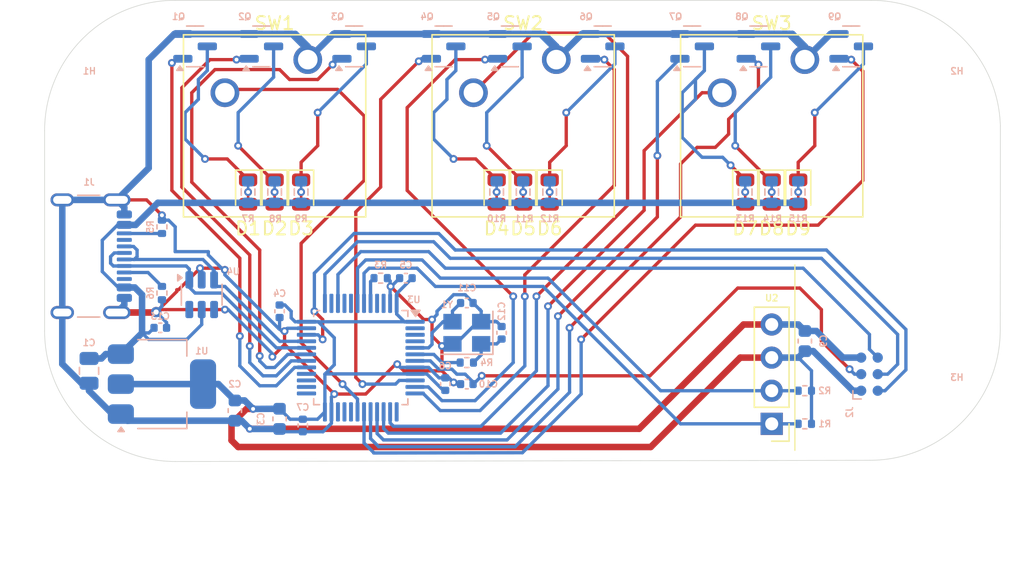
<source format=kicad_pcb>
(kicad_pcb (version 20240108) (generator "pcbnew") (generator_version "8.0")
  (layers (0 "F.Cu" signal) (31 "B.Cu" signal) (34 "B.Paste" user) (35 "F.Paste" user) (36 "B.SilkS" user "B.Silkscreen") (37 "F.SilkS" user "F.Silkscreen") (38 "B.Mask" user) (39 "F.Mask" user) (44 "Edge.Cuts" user))
  (net 0 "")
  (net 1 "/RST")
  (net 2 "GND")
  (net 3 "/XTALI")
  (net 4 "/XTALR")
  (net 5 "+3V3")
  (net 6 "VBUS")
  (net 7 "Net-(D1-K)")
  (net 8 "Net-(D1-A)")
  (net 9 "Net-(D2-A)")
  (net 10 "Net-(D2-K)")
  (net 11 "Net-(D3-A)")
  (net 12 "Net-(D3-K)")
  (net 13 "Net-(D4-K)")
  (net 14 "Net-(D4-A)")
  (net 15 "Net-(D5-K)")
  (net 16 "Net-(D5-A)")
  (net 17 "Net-(D6-A)")
  (net 18 "Net-(D6-K)")
  (net 19 "Net-(D7-A)")
  (net 20 "Net-(D7-K)")
  (net 21 "Net-(D8-A)")
  (net 22 "Net-(D8-K)")
  (net 23 "Net-(D9-A)")
  (net 24 "Net-(D9-K)")
  (net 25 "/SWDIO")
  (net 26 "/SWCLK")
  (net 27 "/SWO")
  (net 28 "/USB_D+")
  (net 29 "/USB_D-")
  (net 30 "/LEDR2")
  (net 31 "/LEDR1")
  (net 32 "/LEDG1")
  (net 33 "/LEDB1")
  (net 34 "/LEDG2")
  (net 35 "/LEDB2")
  (net 36 "/LEDR3")
  (net 37 "/LEDG3")
  (net 38 "/LEDB3")
  (net 39 "/BOOT0")
  (net 40 "/XTALO")
  (net 41 "/SCL")
  (net 42 "/SDA")
  (net 43 "/BTN2")
  (net 44 "/BTN3")
  (net 45 "/BTN1")
  (net 48 "Net-(J1-CC2)")
  (net 49 "Net-(J1-CC1)")
  (footprint "Connector_PinHeader_2.54mm:PinHeader_1x04_P2.54mm_Vertical" (layer "F.Cu") (at 114.3 99.06 180)
    (property "Reference" "U2")
    (property "Value" "SSD1306")
  )
  (footprint "LED_SMD:LED_0805_2012Metric" (layer "F.Cu") (at 78.232 81.28 -90)
    (property "Reference" "D3")
    (property "Value" "LEDB")
  )
  (footprint "LED_SMD:LED_0805_2012Metric" (layer "F.Cu") (at 93.218 81.28 -90)
    (property "Reference" "D4")
    (property "Value" "LEDR")
  )
  (footprint "Button_Switch_Keyboard:SW_Cherry_MX_1.00u_PCB" (layer "F.Cu") (at 97.79 71.12)
    (property "Reference" "SW2")
    (property "Value" "SW_Push")
  )
  (footprint "LED_SMD:LED_0805_2012Metric" (layer "F.Cu") (at 112.268 81.28 -90)
    (property "Reference" "D7")
    (property "Value" "LEDR")
  )
  (footprint "LED_SMD:LED_0805_2012Metric" (layer "F.Cu") (at 97.282 81.28 -90)
    (property "Reference" "D6")
    (property "Value" "LEDB")
  )
  (footprint "LED_SMD:LED_0805_2012Metric" (layer "F.Cu") (at 76.2 81.28 -90)
    (property "Reference" "D2")
    (property "Value" "LEDG")
  )
  (footprint "LED_SMD:LED_0805_2012Metric" (layer "F.Cu") (at 95.25 81.28 -90)
    (property "Reference" "D5")
    (property "Value" "LEDG")
  )
  (footprint "LED_SMD:LED_0805_2012Metric" (layer "F.Cu") (at 116.332 81.28 -90)
    (property "Reference" "D9")
    (property "Value" "LEDB")
  )
  (footprint "Button_Switch_Keyboard:SW_Cherry_MX_1.00u_PCB" (layer "F.Cu") (at 116.84 71.12)
    (property "Reference" "SW3")
    (property "Value" "SW_Push")
  )
  (footprint "LED_SMD:LED_0805_2012Metric" (layer "F.Cu") (at 74.168 81.28 -90)
    (property "Reference" "D1")
    (property "Value" "LEDR")
  )
  (footprint "Button_Switch_Keyboard:SW_Cherry_MX_1.00u_PCB" (layer "F.Cu") (at 78.74 71.12)
    (property "Reference" "SW1")
    (property "Value" "SW_Push")
  )
  (footprint "LED_SMD:LED_0805_2012Metric" (layer "F.Cu") (at 114.3 81.28 -90)
    (property "Reference" "D8")
    (property "Value" "LEDG")
  )
  (footprint "Resistor_SMD:R_0603_1608Metric" (layer "B.Cu") (at 114.3 81.28 90)
    (property "Reference" "R14")
    (property "Value" "150")
  )
  (footprint "Capacitor_SMD:C_0402_1005Metric" (layer "B.Cu") (at 93.599 92.075 -90)
    (property "Reference" "C12")
    (property "Value" "10p")
  )
  (footprint "Capacitor_SMD:C_0402_1005Metric" (layer "B.Cu") (at 78.359 99.187 -90)
    (property "Reference" "C7")
    (property "Value" "100n")
  )
  (footprint "Capacitor_SMD:C_0402_1005Metric" (layer "B.Cu") (at 89.281 96.012 90)
    (property "Reference" "C6")
    (property "Value" "100n")
  )
  (footprint "Resistor_SMD:R_0603_1608Metric" (layer "B.Cu") (at 78.232 81.28 90)
    (property "Reference" "R9")
    (property "Value" "150")
  )
  (footprint "Resistor_SMD:R_0402_1005Metric" (layer "B.Cu") (at 116.84 99.06 180)
    (property "Reference" "R1")
    (property "Value" "10k")
  )
  (footprint "Package_TO_SOT_SMD:SOT-23-6" (layer "B.Cu") (at 70.612 89.154 -90)
    (property "Reference" "U4")
    (property "Value" "SRV05-4")
  )
  (footprint "Capacitor_SMD:C_0402_1005Metric" (layer "B.Cu") (at 76.581 90.424 -90)
    (property "Reference" "C4")
    (property "Value" "100n")
  )
  (footprint "Package_TO_SOT_SMD:SOT-23" (layer "B.Cu") (at 101.346 70.104)
    (property "Reference" "Q6")
    (property "Value" "AO3400A")
  )
  (footprint "MountingHole:MountingHole_3.2mm_M3" (layer "B.Cu") (at 128.5 76.2 180)
    (property "Reference" "H2")
    (property "Value" "MountingHole")
  )
  (footprint "Package_TO_SOT_SMD:SOT-23" (layer "B.Cu") (at 108.204 70.104)
    (property "Reference" "Q7")
    (property "Value" "AO3400A")
  )
  (footprint "MountingHole:MountingHole_3.2mm_M3" (layer "B.Cu") (at 62 76.2 180)
    (property "Reference" "H1")
    (property "Value" "MountingHole")
  )
  (footprint "Capacitor_SMD:C_0402_1005Metric" (layer "B.Cu") (at 90.932 89.789 180)
    (property "Reference" "C11")
    (property "Value" "10p")
  )
  (footprint "Package_TO_SOT_SMD:SOT-23" (layer "B.Cu") (at 75.184 70.104)
    (property "Reference" "Q2")
    (property "Value" "AO3400A")
  )
  (footprint "Package_TO_SOT_SMD:SOT-23" (layer "B.Cu") (at 89.154 70.104)
    (property "Reference" "Q4")
    (property "Value" "AO3400A")
  )
  (footprint "Package_TO_SOT_SMD:SOT-23" (layer "B.Cu") (at 70.104 70.104)
    (property "Reference" "Q1")
    (property "Value" "AO3400A")
  )
  (footprint "Resistor_SMD:R_0402_1005Metric" (layer "B.Cu") (at 84.328 87.884)
    (property "Reference" "R3")
    (property "Value" "10k")
  )
  (footprint "Package_TO_SOT_SMD:SOT-223-3_TabPin2" (layer "B.Cu") (at 67.564 96.012)
    (property "Reference" "U1")
    (property "Value" "AMS1117-3.3")
  )
  (footprint "Capacitor_SMD:C_0603_1608Metric" (layer "B.Cu") (at 76.581 98.679 -90)
    (property "Reference" "C3")
    (property "Value" "10u")
  )
  (footprint "Capacitor_SMD:C_0805_2012Metric" (layer "B.Cu") (at 61.976 94.996 -90)
    (property "Reference" "C1")
    (property "Value" "22u")
  )
  (footprint "Connector_USB:USB_C_Receptacle_GCT_USB4105-xx-A_16P_TopMnt_Horizontal" (layer "B.Cu") (at 61 86.2 90)
    (property "Reference" "J1")
    (property "Value" "USB_C_Receptacle_USB2.0_16P")
  )
  (footprint "Resistor_SMD:R_0603_1608Metric" (layer "B.Cu") (at 116.332 81.28 90)
    (property "Reference" "R15")
    (property "Value" "150")
  )
  (footprint "Resistor_SMD:R_0402_1005Metric" (layer "B.Cu") (at 116.84 96.52 180)
    (property "Reference" "R2")
    (property "Value" "10k")
  )
  (footprint "Crystal:Crystal_SMD_3225-4Pin_3.2x2.5mm" (layer "B.Cu") (at 90.932 92.075 180)
    (property "Reference" "Y1")
    (property "Value" "16MHz")
  )
  (footprint "Package_QFP:LQFP-48_7x7mm_P0.5mm" (layer "B.Cu") (at 82.804 93.98 180)
    (property "Reference" "U3")
    (property "Value" "STM32F103C8Tx")
  )
  (footprint "Resistor_SMD:R_0603_1608Metric" (layer "B.Cu") (at 97.282 81.28 90)
    (property "Reference" "R12")
    (property "Value" "150")
  )
  (footprint "Capacitor_SMD:C_0603_1608Metric" (layer "B.Cu") (at 73.152 98.044 -90)
    (property "Reference" "C2")
    (property "Value" "22u")
  )
  (footprint "Package_TO_SOT_SMD:SOT-23" (layer "B.Cu") (at 82.296 70.104)
    (property "Reference" "Q3")
    (property "Value" "AO3400A")
  )
  (footprint "Resistor_SMD:R_0603_1608Metric" (layer "B.Cu") (at 93.218 81.28 90)
    (property "Reference" "R10")
    (property "Value" "150")
  )
  (footprint "Connector:Tag-Connect_TC2030-IDC-NL_2x03_P1.27mm_Vertical" (layer "B.Cu") (at 121.793 95.25 90)
    (property "Reference" "J2")
    (property "Value" "Conn_ARM_SWD_TagConnect_TC2030-NL")
  )
  (footprint "Resistor_SMD:R_0402_1005Metric" (layer "B.Cu") (at 67.564 89.027 -90)
    (property "Reference" "R6")
    (property "Value" "5k1")
  )
  (footprint "Resistor_SMD:R_0603_1608Metric" (layer "B.Cu") (at 74.168 81.28 90)
    (property "Reference" "R7")
    (property "Value" "150")
  )
  (footprint "Package_TO_SOT_SMD:SOT-23" (layer "B.Cu") (at 120.396 70.104)
    (property "Reference" "Q9")
    (property "Value" "AO3400A")
  )
  (footprint "Package_TO_SOT_SMD:SOT-23" (layer "B.Cu") (at 94.234 70.104)
    (property "Reference" "Q5")
    (property "Value" "AO3400A")
  )
  (footprint "Capacitor_SMD:C_0402_1005Metric" (layer "B.Cu") (at 67.437 91.694)
    (property "Reference" "C13")
    (property "Value" "1u")
  )
  (footprint "Capacitor_SMD:C_0603_1608Metric" (layer "B.Cu") (at 116.84 92.71 90)
    (property "Reference" "C9")
    (property "Value" "22u")
  )
  (footprint "Package_TO_SOT_SMD:SOT-23" (layer "B.Cu") (at 113.284 70.104)
    (property "Reference" "Q8")
    (property "Value" "AO3400A")
  )
  (footprint "Resistor_SMD:R_0603_1608Metric" (layer "B.Cu") (at 76.2 81.28 90)
    (property "Reference" "R8")
    (property "Value" "150")
  )
  (footprint "Capacitor_SMD:C_0402_1005Metric" (layer "B.Cu") (at 90.932 96.012 180)
    (property "Reference" "C10")
    (property "Value" "100n")
  )
  (footprint "Capacitor_SMD:C_0402_1005Metric" (layer "B.Cu") (at 86.261 87.884 180)
    (property "Reference" "C5")
    (property "Value" "100n")
  )
  (footprint "MountingHole:MountingHole_3.2mm_M3" (layer "B.Cu") (at 128.5 91.2 180)
    (property "Reference" "H3")
    (property "Value" "MountingHole")
  )
  (footprint "Resistor_SMD:R_0603_1608Metric" (layer "B.Cu") (at 95.25 81.28 90)
    (property "Reference" "R11")
    (property "Value" "150")
  )
  (footprint "Resistor_SMD:R_0402_1005Metric" (layer "B.Cu") (at 67.564 83.947 90)
    (property "Reference" "R5")
    (property "Value" "5k1")
  )
  (footprint "Resistor_SMD:R_0603_1608Metric" (layer "B.Cu") (at 112.268 81.28 90)
    (property "Reference" "R13")
    (property "Value" "150")
  )
  (footprint "Resistor_SMD:R_0402_1005Metric" (layer "B.Cu") (at 90.932 94.361 180)
    (property "Reference" "R4")
    (property "Value" "330")
  )
  (gr_line (start 116.078 86.868) (end 116.078 101.092) (stroke (width 0.1)) (layer "F.SilkS"))
  (gr_arc (start 131.817414 91.857264) (mid 128.888482 98.928332) (end 121.817414 101.857264) (stroke (width 0.05)) (layer "Edge.Cuts"))
  (gr_line (start 121.928932 66.571068) (end 68.571068 66.571068) (stroke (width 0.05)) (layer "Edge.Cuts"))
  (gr_line (start 58.571068 76.571068) (end 58.571068 91.948) (stroke (width 0.05)) (layer "Edge.Cuts"))
  (gr_arc (start 121.928932 66.571068) (mid 128.833066 69.375476) (end 131.826 76.2) (stroke (width 0.05)) (layer "Edge.Cuts"))
  (gr_line (start 68.58 101.948) (end 121.817414 101.857264) (stroke (width 0.05)) (layer "Edge.Cuts"))
  (gr_line (start 131.826 76.2) (end 131.817414 91.857264) (stroke (width 0.05)) (layer "Edge.Cuts"))
  (gr_arc (start 58.571068 76.571068) (mid 61.5 69.5) (end 68.571068 66.571068) (stroke (width 0.05)) (layer "Edge.Cuts"))
  (gr_arc (start 68.58 101.948) (mid 61.505772 99.01961) (end 58.571068 91.948) (stroke (width 0.05)) (layer "Edge.Cuts"))
  (segment (start 118.11 90.297) (end 118.11 92.71) (width 0.254) (layer "F.Cu") (net 1))
  (segment (start 92.075 95.377) (end 104.9655 95.377) (width 0.254) (layer "F.Cu") (net 1))
  (segment (start 118.11 92.71) (end 120.269 94.869) (width 0.254) (layer "F.Cu") (net 1))
  (segment (start 116.459 88.646) (end 118.11 90.297) (width 0.254) (layer "F.Cu") (net 1))
  (segment (start 104.9655 95.377) (end 111.6965 88.646) (width 0.254) (layer "F.Cu") (net 1))
  (segment (start 111.6965 88.646) (end 116.459 88.646) (width 0.254) (layer "F.Cu") (net 1))
  (via (at 120.269 94.869) (size 0.6) (drill 0.3) (layers "F.Cu" "B.Cu") (net 1))
  (via (at 92.075 95.377) (size 0.6) (drill 0.3) (layers "F.Cu" "B.Cu") (net 1))
  (segment (start 90.805 95.25) (end 91.412 95.857) (width 0.254) (layer "B.Cu") (net 1))
  (segment (start 91.412 95.857) (end 91.412 96.012) (width 0.254) (layer "B.Cu") (net 1))
  (segment (start 89.789 94.869) (end 90.17 95.25) (width 0.254) (layer "B.Cu") (net 1))
  (segment (start 121.158 95.25) (end 120.65 95.25) (width 0.254) (layer "B.Cu") (net 1))
  (segment (start 91.44 96.012) (end 92.075 95.377) (width 0.254) (layer "B.Cu") (net 1))
  (segment (start 91.412 96.012) (end 91.44 96.012) (width 0.254) (layer "B.Cu") (net 1))
  (segment (start 90.17 95.25) (end 90.805 95.25) (width 0.254) (layer "B.Cu") (net 1))
  (segment (start 88.134 94.23) (end 88.773 94.869) (width 0.254) (layer "B.Cu") (net 1))
  (segment (start 86.9665 94.23) (end 88.134 94.23) (width 0.254) (layer "B.Cu") (net 1))
  (segment (start 120.65 95.25) (end 120.269 94.869) (width 0.254) (layer "B.Cu") (net 1))
  (segment (start 88.773 94.869) (end 89.789 94.869) (width 0.254) (layer "B.Cu") (net 1))
  (segment (start 83.185 96.774) (end 80.772 96.774) (width 0.254) (layer "F.Cu") (net 2))
  (segment (start 88.265 92.329) (end 89.027 93.091) (width 0.254) (layer "F.Cu") (net 2))
  (segment (start 66.386 81.88) (end 64.105 81.88) (width 0.254) (layer "F.Cu") (net 2))
  (segment (start 72.39 87.249) (end 72.263 87.122) (width 0.254) (layer "F.Cu") (net 2))
  (segment (start 87.63 91.059) (end 88.265 91.059) (width 0.254) (layer "F.Cu") (net 2))
  (segment (start 72.39 90.297) (end 67.31 90.297) (width 0.254) (layer "F.Cu") (net 2))
  (segment (start 76.962 92.977595) (end 76.962 91.948) (width 0.254) (layer "F.Cu") (net 2))
  (segment (start 67.564 83.058) (end 66.386 81.88) (width 0.254) (layer "F.Cu") (net 2))
  (segment (start 68.707 88.773) (end 68.834 88.773) (width 0.254) (layer "F.Cu") (net 2))
  (segment (start 74.295 99.441) (end 104.14 99.441) (width 0.5) (layer "F.Cu") (net 2))
  (segment (start 89.027 94.996) (end 86.106 94.996) (width 0.254) (layer "F.Cu") (net 2))
  (segment (start 76.975595 92.977595) (end 76.962 92.977595) (width 0.254) (layer "F.Cu") (net 2))
  (segment (start 67.087 90.52) (end 64.105 90.52) (width 0.508) (layer "F.Cu") (net 2))
  (segment (start 89.027 93.091) (end 89.027 94.996) (width 0.254) (layer "F.Cu") (net 2))
  (segment (start 67.1195 90.4875) (end 68.707 88.9) (width 0.254) (layer "F.Cu") (net 2))
  (segment (start 88.265 91.059) (end 88.265 92.329) (width 0.254) (layer "F.Cu") (net 2))
  (segment (start 76.025412 93.914183) (end 76.962 92.977595) (width 0.254) (layer "F.Cu") (net 2))
  (segment (start 104.14 99.441) (end 112.141 91.44) (width 0.5) (layer "F.Cu") (net 2))
  (segment (start 85.598 94.488) (end 85.471 94.488) (width 0.254) (layer "F.Cu") (net 2))
  (segment (start 85.09 88.519) (end 87.63 91.059) (width 0.254) (layer "F.Cu") (net 2))
  (segment (start 89.027 94.996) (end 89.916 95.885) (width 0.254) (layer "F.Cu") (net 2))
  (segment (start 68.707 88.9) (end 68.707 88.773) (width 0.254) (layer "F.Cu") (net 2))
  (segment (start 85.471 94.488) (end 83.185 96.774) (width 0.254) (layer "F.Cu") (net 2))
  (segment (start 86.106 94.996) (end 85.598 94.488) (width 0.254) (layer "F.Cu") (net 2))
  (segment (start 112.141 91.44) (end 114.3 91.44) (width 0.5) (layer "F.Cu") (net 2))
  (segment (start 80.772 96.774) (end 76.975595 92.977595) (width 0.254) (layer "F.Cu") (net 2))
  (segment (start 68.834 88.773) (end 70.485 87.122) (width 0.254) (layer "F.Cu") (net 2))
  (segment (start 67.31 90.297) (end 67.1195 90.4875) (width 0.254) (layer "F.Cu") (net 2))
  (segment (start 72.263 87.122) (end 70.485 87.122) (width 0.254) (layer "F.Cu") (net 2))
  (via (at 76.025412 93.914183) (size 0.6) (drill 0.3) (layers "F.Cu" "B.Cu") (net 2))
  (via (at 67.564 83.058) (size 0.6) (drill 0.3) (layers "F.Cu" "B.Cu") (net 2))
  (via (at 70.485 87.122) (size 0.6) (drill 0.3) (layers "F.Cu" "B.Cu") (net 2))
  (via (at 72.39 87.249) (size 0.6) (drill 0.3) (layers "F.Cu" "B.Cu") (net 2))
  (via (at 85.09 88.519) (size 0.6) (drill 0.3) (layers "F.Cu" "B.Cu") (net 2))
  (via (at 85.598 94.488) (size 0.6) (drill 0.3) (layers "F.Cu" "B.Cu") (net 2))
  (via (at 89.027 93.091) (size 0.6) (drill 0.3) (layers "F.Cu" "B.Cu") (net 2))
  (via (at 80.772 96.774) (size 0.6) (drill 0.3) (layers "F.Cu" "B.Cu") (net 2))
  (via (at 88.265 91.059) (size 0.6) (drill 0.3) (layers "F.Cu" "B.Cu") (net 2))
  (via (at 67.1195 90.4875) (size 0.8) (drill 0.4) (layers "F.Cu" "B.Cu") (net 2))
  (via (at 89.916 95.885) (size 0.6) (drill 0.3) (layers "F.Cu" "B.Cu") (net 2))
  (via (at 72.39 90.297) (size 0.6) (drill 0.3) (layers "F.Cu" "B.Cu") (net 2))
  (via (at 74.295 99.441) (size 0.6) (drill 0.3) (layers "F.Cu" "B.Cu") (net 2))
  (via (at 76.962 91.948) (size 0.6) (drill 0.3) (layers "F.Cu" "B.Cu") (net 2))
  (segment (start 76.538512 91.778512) (end 72.39 87.63) (width 0.254) (layer "B.Cu") (net 2))
  (segment (start 61.976 95.945999) (end 61.976 96.52) (width 0.5) (layer "B.Cu") (net 2))
  (segment (start 85.054 88.555) (end 85.054 88.611) (width 0.254) (layer "B.Cu") (net 2))
  (segment (start 99.756 69.154) (end 100.4085 69.154) (width 0.5) (layer "B.Cu") (net 2))
  (segment (start 93.229 91.225) (end 93.13 91.225) (width 0.254) (layer "B.Cu") (net 2))
  (segment (start 67.917 91.285) (end 67.917 91.694) (width 0.254) (layer "B.Cu") (net 2))
  (segment (start 89.832 92.925) (end 89.193 92.925) (width 0.254) (layer "B.Cu") (net 2))
  (segment (start 73.152 98.819) (end 73.673 98.819) (width 0.5) (layer "B.Cu") (net 2))
  (segment (start 116.84 70.358) (end 116.84 71.12) (width 0.5) (layer "B.Cu") (net 2))
  (segment (start 97.79 70.358) (end 97.79 71.12) (width 0.5) (layer "B.Cu") (net 2))
  (segment (start 85.781 87.884) (end 85.054 88.611) (width 0.254) (layer "B.Cu") (net 2))
  (segment (start 67.1195 90.4875) (end 67.917 91.285) (width 0.254) (layer "B.Cu") (net 2))
  (segment (start 76.025412 93.678412) (end 72.644 90.297) (width 0.254) (layer "B.Cu") (net 2))
  (segment (start 89.916 95.885) (end 89.563 95.532) (width 0.254) (layer "B.Cu") (net 2))
  (segment (start 77.79 69.154) (end 78.74 70.104) (width 0.5) (layer "B.Cu") (net 2))
  (segment (start 93.13 91.225) (end 93.091 91.186) (width 0.254) (layer "B.Cu") (net 2))
  (segment (start 74.295 99.441) (end 74.308 99.454) (width 0.5) (layer "B.Cu") (net 2))
  (segment (start 73.152 98.819) (end 64.921 98.819) (width 0.5) (layer "B.Cu") (net 2))
  (segment (start 70.612 87.249) (end 70.485 87.122) (width 0.254) (layer "B.Cu") (net 2))
  (segment (start 61.401999 95.945999) (end 61.976 95.945999) (width 0.5) (layer "B.Cu") (net 2))
  (segment (start 76.962 91.948) (end 77.18 91.73) (width 0.254) (layer "B.Cu") (net 2))
  (segment (start 92.032 90.409) (end 92.032 91.225) (width 0.254) (layer "B.Cu") (net 2))
  (segment (start 89.832 92.925) (end 90.082 92.925) (width 0.254) (layer "B.Cu") (net 2))
  (segment (start 116.84 91.935) (end 116.345 91.44) (width 0.5) (layer "B.Cu") (net 2))
  (segment (start 118.806 69.154) (end 119.7125 69.154) (width 0.5) (layer "B.Cu") (net 2))
  (segment (start 116.345 91.44) (end 114.3 91.44) (width 0.5) (layer "B.Cu") (net 2))
  (segment (start 72.644 90.297) (end 72.39 90.297) (width 0.254) (layer "B.Cu") (net 2))
  (segment (start 91.948 90.297) (end 91.948 90.325) (width 0.254) (layer "B.Cu") (net 2))
  (segment (start 64.68 82.455) (end 64.105 81.88) (width 0.5) (layer "B.Cu") (net 2))
  (segment (start 89.193 92.925) (end 89.027 93.091) (width 0.254) (layer "B.Cu") (net 2))
  (segment (start 72.263 87.249) (end 72.39 87.249) (width 0.254) (layer "B.Cu") (net 2))
  (segment (start 99.756 69.154) (end 97.79 71.12) (width 0.5) (layer "B.Cu") (net 2))
  (segment (start 117.716 91.935) (end 116.84 91.935) (width 0.5) (layer "B.Cu") (net 2))
  (segment (start 87.999 94.73) (end 86.9665 94.73) (width 0.254) (layer "B.Cu") (net 2))
  (segment (start 68.070001 83.437001) (end 68.58 83.947) (width 0.254) (layer "B.Cu") (net 2))
  (segment (start 66.548 79.437) (end 66.548 71.12) (width 0.5) (layer "B.Cu") (net 2))
  (segment (start 88.265 91.059) (end 88.646 90.678) (width 0.254) (layer "B.Cu") (net 2))
  (segment (start 89.916 89.154) (end 90.805 89.154) (width 0.254) (layer "B.Cu") (net 2))
  (segment (start 112.0925 69.154) (end 115.89 69.154) (width 0.5) (layer "B.Cu") (net 2))
  (segment (start 76.794 99.667) (end 78.359 99.667) (width 0.254) (layer "B.Cu") (net 2))
  (segment (start 112.0925 69.154) (end 115.636 69.154) (width 0.5) (layer "B.Cu") (net 2))
  (segment (start 76.581 91.778512) (end 76.538512 91.778512) (width 0.254) (layer "B.Cu") (net 2))
  (segment (start 67.564 90.043) (end 67.1195 90.4875) (width 0.254) (layer "B.Cu") (net 2))
  (segment (start 64.105 81.88) (end 59.925 81.88) (width 0.5) (layer "B.Cu") (net 2))
  (segment (start 66.548 71.12) (end 68.514 69.154) (width 0.5) (layer "B.Cu") (net 2))
  (segment (start 67.564 89.536999) (end 67.564 90.043) (width 0.254) (layer "B.Cu") (net 2))
  (segment (start 73.9925 69.154) (end 77.536 69.154) (width 0.5) (layer "B.Cu") (net 2))
  (segment (start 93.052 91.225) (end 92.032 91.225) (width 0.254) (layer "B.Cu") (net 2))
  (segment (start 96.84 69.154) (end 97.79 70.104) (width 0.5) (layer "B.Cu") (net 2))
  (segment (start 91.412 89.761) (end 91.412 89.789) (width 0.254) (layer "B.Cu") (net 2))
  (segment (start 90.805 89.154) (end 91.412 89.761) (width 0.254) (layer "B.Cu") (net 2))
  (segment (start 87.564 69.154) (end 96.84 69.154) (width 0.5) (layer "B.Cu") (net 2))
  (segment (start 88.646 90.678) (end 88.646 90.424) (width 0.254) (layer "B.Cu") (net 2))
  (segment (start 80.554 96.992) (end 80.554 98.1425) (width 0.254) (layer "B.Cu") (net 2))
  (segment (start 77.536 69.154) (end 78.74 70.358) (width 0.5) (layer "B.Cu") (net 2))
  (segment (start 73.673 98.819) (end 74.295 99.441) (width 0.5) (layer "B.Cu") (net 2))
  (segment (start 81.6125 69.154) (end 80.706 69.154) (width 0.5) (layer "B.Cu") (net 2))
  (segment (start 72.39 87.63) (end 72.39 87.249) (width 0.254) (layer "B.Cu") (net 2))
  (segment (start 71.12 86.106) (end 72.263 87.249) (width 0.254) (layer "B.Cu") (net 2))
  (segment (start 121.158 93.98) (end 119.761 93.98) (width 0.5) (layer "B.Cu") (net 2))
  (segment (start 91.948 90.325) (end 92.032 90.409) (width 0.254) (layer "B.Cu") (net 2))
  (segment (start 116.84 71.12) (end 118.806 69.154) (width 0.5) (layer "B.Cu") (net 2))
  (segment (start 90.452 96.012) (end 90.17 96.012) (width 0.254) (layer "B.Cu") (net 2))
  (segment (start 84.837999 87.884) (end 85.054 88.100001) (width 0.254) (layer "B.Cu") (net 2))
  (segment (start 93.0425 69.154) (end 96.586 69.154) (width 0.5) (layer "B.Cu") (net 2))
  (segment (start 85.09 88.519) (end 85.054 88.555) (width 0.254) (layer "B.Cu") (net 2))
  (segment (start 80.772 96.774) (end 80.554 96.992) (width 0.254) (layer "B.Cu") (net 2))
  (segment (start 100.6625 69.154) (end 99.756 69.154) (width 0.5) (layer "B.Cu") (net 2))
  (segment (start 67.564 83.437001) (end 67.564 83.058) (width 0.254) (layer "B.Cu") (net 2))
  (segment (start 61.976 96.52) (end 63.768 98.312) (width 0.5) (layer "B.Cu") (net 2))
  (segment (start 68.58 83.947) (end 68.58 85.852) (width 0.254) (layer "B.Cu") (net 2))
  (segment (start 91.92 90.297) (end 91.948 90.297) (width 0.254) (layer "B.Cu") (net 2))
  (segment (start 70.612 88.0165) (end 70.612 87.249) (width 0.254) (layer "B.Cu") (net 2))
  (segment (start 89.563 95.532) (end 89.281 95.532) (width 0.254) (layer "B.Cu") (net 2))
  (segment (start 78.74 70.358) (end 78.74 71.12) (width 0.5) (layer "B.Cu") (net 2))
  (segment (start 85.84 94.73) (end 85.598 94.488) (width 0.254) (layer "B.Cu") (net 2))
  (segment (start 115.89 69.154) (end 116.84 70.104) (width 0.5) (layer "B.Cu") (net 2))
  (segment (start 85.054 88.483) (end 85.09 88.519) (width 0.254) (layer "B.Cu") (net 2))
  (segment (start 78.359 99.667) (end 79.911 99.667) (width 0.254) (layer "B.Cu") (net 2))
  (segment (start 86.9665 94.73) (end 85.84 94.73) (width 0.254) (layer "B.Cu") (net 2))
  (segment (start 88.2165 69.154) (end 93.0425 69.154) (width 0.5) (layer "B.Cu") (net 2))
  (segment (start 88.801 95.532) (end 87.999 94.73) (width 0.254) (layer "B.Cu") (net 2))
  (segment (start 64.68 89.945) (end 64.105 90.52) (width 0.5) (layer "B.Cu") (net 2))
  (segment (start 80.554 99.024) (end 80.554 98.1425) (width 0.254) (layer "B.Cu") (net 2))
  (segment (start 59.925 81.88) (end 59.925 90.52) (width 0.5) (layer "B.Cu") (net 2))
  (segment (start 93.599 91.595) (end 93.229 91.225) (width 0.254) (layer "B.Cu") (net 2))
  (segment (start 97.79 70.104) (end 97.79 71.12) (width 0.5) (layer "B.Cu") (net 2))
  (segment (start 76.581 99.454) (end 76.794 99.667) (width 0.254) (layer "B.Cu") (net 2))
  (segment (start 76.962 91.948) (end 76.750488 91.948) (width 0.254) (layer "B.Cu") (net 2))
  (segment (start 63.768 98.312) (end 64.414 98.312) (width 0.5) (layer "B.Cu") (net 2))
  (segment (start 67.564 83.437001) (end 68.070001 83.437001) (width 0.254) (layer "B.Cu") (net 2))
  (segment (start 88.646 90.424) (end 89.916 89.154) (width 0.254) (layer "B.Cu") (net 2))
  (segment (start 64.921 98.819) (end 64.414 98.312) (width 0.5) (layer "B.Cu") (net 2))
  (segment (start 85.054 88.611) (end 85.054 89.8175) (width 0.254) (layer "B.Cu") (net 2))
  (segment (start 77.18 91.73) (end 78.6415 91.73) (width 0.254) (layer "B.Cu") (net 2))
  (segment (start 64.68 83) (end 64.68 82.455) (width 0.5) (layer "B.Cu") (net 2))
  (segment (start 90.043 95.885) (end 89.916 95.885) (width 0.254) (layer "B.Cu") (net 2))
  (segment (start 100.6625 69.154) (end 107.2665 69.154) (width 0.5) (layer "B.Cu") (net 2))
  (segment (start 59.925 90.52) (end 59.925 94.469) (width 0.5) (layer "B.Cu") (net 2))
  (segment (start 89.281 95.532) (end 88.801 95.532) (width 0.254) (layer "B.Cu") (net 2))
  (segment (start 90.17 96.012) (end 90.043 95.885) (width 0.254) (layer "B.Cu") (net 2))
  (segment (start 107.2665 69.154) (end 112.0925 69.154) (width 0.5) (layer "B.Cu") (net 2))
  (segment (start 64.105 81.88) (end 66.548 79.437) (width 0.5) (layer "B.Cu") (net 2))
  (segment (start 64.68 89.4) (end 64.68 89.945) (width 0.5) (layer "B.Cu") (net 2))
  (segment (start 74.308 99.454) (end 76.581 99.454) (width 0.5) (layer "B.Cu") (net 2))
  (segment (start 79.911 99.667) (end 80.554 99.024) (width 0.254) (layer "B.Cu") (net 2))
  (segment (start 119.761 93.98) (end 117.716 91.935) (width 0.5) (layer "B.Cu") (net 2))
  (segment (start 118.806 69.154) (end 119.4585 69.154) (width 0.5) (layer "B.Cu") (net 2))
  (segment (start 71.12 85.852) (end 68.58 85.852) (width 0.254) (layer "B.Cu") (net 2))
  (segment (start 91.412 89.789) (end 91.92 90.297) (width 0.254) (layer "B.Cu") (net 2))
  (segment (start 76.025412 93.914183) (end 76.025412 93.678412) (width 0.254) (layer "B.Cu") (net 2))
  (segment (start 59.925 94.469) (end 61.401999 95.945999) (width 0.5) (layer "B.Cu") (net 2))
  (segment (start 78.74 70.104) (end 78.74 71.12) (width 0.5) (layer "B.Cu") (net 2))
  (segment (start 76.750488 91.948) (end 76.581 91.778512) (width 0.254) (layer "B.Cu") (net 2))
  (segment (start 76.581 91.778512) (end 76.581 90.904) (width 0.254) (layer "B.Cu") (net 2))
  (segment (start 71.12 85.852) (end 71.12 86.106) (width 0.254) (layer "B.Cu") (net 2))
  (segment (start 115.636 69.154) (end 116.84 70.358) (width 0.5) (layer "B.Cu") (net 2))
  (segment (start 78.74 71.12) (end 80.706 69.154) (width 0.5) (layer "B.Cu") (net 2))
  (segment (start 90.082 92.925) (end 91.782 91.225) (width 0.254) (layer "B.Cu") (net 2))
  (segment (start 96.586 69.154) (end 97.79 70.358) (width 0.5) (layer "B.Cu") (net 2))
  (segment (start 93.091 91.186) (end 93.052 91.225) (width 0.254) (layer "B.Cu") (net 2))
  (segment (start 85.054 88.100001) (end 85.054 88.483) (width 0.254) (layer "B.Cu") (net 2))
  (segment (start 116.84 70.104) (end 116.84 71.12) (width 0.5) (layer "B.Cu") (net 2))
  (segment (start 106.614 69.154) (end 115.89 69.154) (width 0.5) (layer "B.Cu") (net 2))
  (segment (start 69.1665 69.154) (end 73.9925 69.154) (width 0.5) (layer "B.Cu") (net 2))
  (segment (start 91.782 91.225) (end 92.032 91.225) (width 0.254) (layer "B.Cu") (net 2))
  (segment (start 68.514 69.154) (end 77.79 69.154) (width 0.5) (layer "B.Cu") (net 2))
  (segment (start 81.3585 69.154) (end 88.2165 69.154) (width 0.5) (layer "B.Cu") (net 2))
  (segment (start 80.706 69.154) (end 81.3585 69.154) (width 0.5) (layer "B.Cu") (net 2))
  (segment (start 86.9665 93.23) (end 87.999 93.23) (width 0.254) (layer "B.Cu") (net 3))
  (segment (start 88.265 92.075) (end 89.115 91.225) (width 0.254) (layer "B.Cu") (net 3))
  (segment (start 90.452 89.789) (end 89.832 90.409) (width 0.254) (layer "B.Cu") (net 3))
  (segment (start 88.265 92.964) (end 88.265 92.075) (width 0.254) (layer "B.Cu") (net 3))
  (segment (start 89.115 91.225) (end 89.832 91.225) (width 0.254) (layer "B.Cu") (net 3))
  (segment (start 87.999 93.23) (end 88.265 92.964) (width 0.254) (layer "B.Cu") (net 3))
  (segment (start 89.832 90.409) (end 89.832 91.225) (width 0.254) (layer "B.Cu") (net 3))
  (segment (start 92.032 92.925) (end 93.229 92.925) (width 0.254) (layer "B.Cu") (net 4))
  (segment (start 92.032 93.771) (end 91.442 94.361) (width 0.254) (layer "B.Cu") (net 4))
  (segment (start 93.229 92.925) (end 93.599 92.555) (width 0.254) (layer "B.Cu") (net 4))
  (segment (start 92.032 92.925) (end 92.032 93.771) (width 0.254) (layer "B.Cu") (net 4))
  (segment (start 72.898 99.06) (end 72.898 100.33) (width 0.5) (layer "F.Cu") (net 5))
  (segment (start 111.886999 93.980001) (end 114.3 93.980001) (width 0.5) (layer "F.Cu") (net 5))
  (segment (start 72.898 100.33) (end 73.406 100.838) (width 0.5) (layer "F.Cu") (net 5))
  (segment (start 74.041 97.917) (end 72.898 99.06) (width 0.5) (layer "F.Cu") (net 5))
  (segment (start 73.406 100.838) (end 105.029 100.838) (width 0.5) (layer "F.Cu") (net 5))
  (segment (start 74.549 97.917) (end 74.041 97.917) (width 0.5) (layer "F.Cu") (net 5))
  (segment (start 105.029 100.838) (end 111.886999 93.980001) (width 0.5) (layer "F.Cu") (net 5))
  (via (at 74.549 97.917) (size 0.6) (drill 0.3) (layers "F.Cu" "B.Cu") (net 5))
  (segment (start 80.772 92.456) (end 79.546 91.23) (width 0.254) (layer "B.Cu") (net 5))
  (segment (start 77.768 91.23) (end 77.47 90.932) (width 0.254) (layer "B.Cu") (net 5))
  (segment (start 78.359 98.707) (end 77.384 98.707) (width 0.254) (layer "B.Cu") (net 5))
  (segment (start 77.47 90.932) (end 77.47 90.424) (width 0.254) (layer "B.Cu") (net 5))
  (segment (start 76.99 89.944) (end 76.581 89.944) (width 0.254) (layer "B.Cu") (net 5))
  (segment (start 80.054 98.1425) (end 79.4895 98.707) (width 0.254) (layer "B.Cu") (net 5))
  (segment (start 114.3 93.980001) (end 116.344999 93.980001) (width 0.5) (layer "B.Cu") (net 5))
  (segment (start 71.895 96.012) (end 73.152 97.269) (width 0.5) (layer "B.Cu") (net 5))
  (segment (start 85.554 89.8175) (end 85.554 89.071) (width 0.254) (layer "B.Cu") (net 5))
  (segment (start 80.074 95.23) (end 80.054 95.25) (width 0.254) (layer "B.Cu") (net 5))
  (segment (start 86.15 91.23) (end 85.554 90.634) (width 0.254) (layer "B.Cu") (net 5))
  (segment (start 80.772 94.532) (end 80.772 92.456) (width 0.254) (layer "B.Cu") (net 5))
  (segment (start 117.35 94.985002) (end 116.344999 93.980001) (width 0.254) (layer "B.Cu") (net 5))
  (segment (start 86.9665 91.23) (end 86.15 91.23) (width 0.254) (layer "B.Cu") (net 5))
  (segment (start 87.864 95.23) (end 89.126 96.492) (width 0.254) (layer "B.Cu") (net 5))
  (segment (start 73.901 97.269) (end 73.152 97.269) (width 0.5) (layer "B.Cu") (net 5))
  (segment (start 86.9665 95.23) (end 87.864 95.23) (width 0.254) (layer "B.Cu") (net 5))
  (segment (start 85.554 90.634) (end 85.554 89.8175) (width 0.254) (layer "B.Cu") (net 5))
  (segment (start 117.488 93.485) (end 116.84 93.485) (width 0.5) (layer "B.Cu") (net 5))
  (segment (start 80.054 95.25) (end 80.772 94.532) (width 0.254) (layer "B.Cu") (net 5))
  (segment (start 86.9665 95.23) (end 80.074 95.23) (width 0.254) (layer "B.Cu") (net 5))
  (segment (start 117.35 99.06) (end 117.35 96.52) (width 0.254) (layer "B.Cu") (net 5))
  (segment (start 74.536 97.904) (end 73.901 97.269) (width 0.5) (layer "B.Cu") (net 5))
  (segment (start 74.549 97.917) (end 74.536 97.904) (width 0.5) (layer "B.Cu") (net 5))
  (segment (start 120.523 96.52) (end 117.488 93.485) (width 0.5) (layer "B.Cu") (net 5))
  (segment (start 86.9665 91.23) (end 78.6415 91.23) (width 0.254) (layer "B.Cu") (net 5))
  (segment (start 79.4895 98.707) (end 78.359 98.707) (width 0.254) (layer "B.Cu") (net 5))
  (segment (start 89.126 96.492) (end 89.281 96.492) (width 0.254) (layer "B.Cu") (net 5))
  (segment (start 70.713999 96.012) (end 71.895 96.012) (width 0.5) (layer "B.Cu") (net 5))
  (segment (start 121.158 96.52) (end 120.523 96.52) (width 0.5) (layer "B.Cu") (net 5))
  (segment (start 80.054 98.1425) (end 80.054 95.25) (width 0.254) (layer "B.Cu") (net 5))
  (segment (start 85.554 89.071) (end 86.741 87.884) (width 0.254) (layer "B.Cu") (net 5))
  (segment (start 64.414001 96.012) (end 70.713999 96.012) (width 0.5) (layer "B.Cu") (net 5))
  (segment (start 117.35 96.52) (end 117.35 94.985002) (width 0.254) (layer "B.Cu") (net 5))
  (segment (start 116.344999 93.980001) (end 116.84 93.485) (width 0.5) (layer "B.Cu") (net 5))
  (segment (start 78.6415 91.23) (end 77.768 91.23) (width 0.254) (layer "B.Cu") (net 5))
  (segment (start 79.546 91.23) (end 78.6415 91.23) (width 0.254) (layer "B.Cu") (net 5))
  (segment (start 77.384 98.707) (end 76.581 97.904) (width 0.254) (layer "B.Cu") (net 5))
  (segment (start 76.581 97.904) (end 74.549 97.917) (width 0.5) (layer "B.Cu") (net 5))
  (segment (start 77.47 90.424) (end 76.99 89.944) (width 0.254) (layer "B.Cu") (net 5))
  (segment (start 66.565 92.086) (end 66.04 92.086) (width 0.254) (layer "B.Cu") (net 6))
  (segment (start 66.04 92.086) (end 64.414 93.712) (width 0.5) (layer "B.Cu") (net 6))
  (segment (start 74.168 82.105) (end 76.2 82.105) (width 0.5) (layer "B.Cu") (net 6))
  (segment (start 66.537 92.583) (end 69.469 92.583) (width 0.254) (layer "B.Cu") (net 6))
  (segment (start 70.612 91.44) (end 70.612 90.2915) (width 0.254) (layer "B.Cu") (net 6))
  (segment (start 66.04 92.086) (end 66.537 92.583) (width 0.254) (layer "B.Cu") (net 6))
  (segment (start 64.216 88.6) (end 64.68 88.6) (width 0.254) (layer "B.Cu") (net 6))
  (segment (start 65.486 88.6) (end 66.04 89.154) (width 0.5) (layer "B.Cu") (net 6))
  (segment (start 64.68 83.8) (end 65.552 83.8) (width 0.5) (layer "B.Cu") (net 6))
  (segment (start 67.247 82.105) (end 74.168 82.105) (width 0.5) (layer "B.Cu") (net 6))
  (segment (start 66.04 89.154) (end 66.04 92.086) (width 0.5) (layer "B.Cu") (net 6))
  (segment (start 65.552 83.8) (end 67.247 82.105) (width 0.5) (layer "B.Cu") (net 6))
  (segment (start 62.992 87.376) (end 64.216 88.6) (width 0.254) (layer "B.Cu") (net 6))
  (segment (start 95.25 82.105) (end 97.282 82.105) (width 0.5) (layer "B.Cu") (net 6))
  (segment (start 112.268 82.105) (end 114.3 82.105) (width 0.5) (layer "B.Cu") (net 6))
  (segment (start 63.26 93.712) (end 62.925999 94.046001) (width 0.5) (layer "B.Cu") (net 6))
  (segment (start 64.169401 83.8) (end 62.992 84.977401) (width 0.254) (layer "B.Cu") (net 6))
  (segment (start 62.992 84.977401) (end 62.992 87.376) (width 0.254) (layer "B.Cu") (net 6))
  (segment (start 66.957 91.694) (end 66.565 92.086) (width 0.254) (layer "B.Cu") (net 6))
  (segment (start 64.414 93.712) (end 63.26 93.712) (width 0.5) (layer "B.Cu") (net 6))
  (segment (start 114.3 82.105) (end 116.332 82.105) (width 0.5) (layer "B.Cu") (net 6))
  (segment (start 62.925999 94.046001) (end 61.976 94.046001) (width 0.5) (layer "B.Cu") (net 6))
  (segment (start 76.2 82.105) (end 78.232 82.105) (width 0.5) (layer "B.Cu") (net 6))
  (segment (start 97.282 82.105) (end 112.268 82.105) (width 0.5) (layer "B.Cu") (net 6))
  (segment (start 64.68 88.6) (end 65.486 88.6) (width 0.5) (layer "B.Cu") (net 6))
  (segment (start 93.218 82.105) (end 95.25 82.105) (width 0.5) (layer "B.Cu") (net 6))
  (segment (start 69.469 92.583) (end 70.612 91.44) (width 0.254) (layer "B.Cu") (net 6))
  (segment (start 78.232 82.105) (end 93.218 82.105) (width 0.5) (layer "B.Cu") (net 6))
  (segment (start 64.68 83.8) (end 64.169401 83.8) (width 0.254) (layer "B.Cu") (net 6))
  (segment (start 72.565501 78.74) (end 74.168 80.342499) (width 0.254) (layer "F.Cu") (net 7))
  (segment (start 70.866 78.74) (end 72.565501 78.74) (width 0.254) (layer "F.Cu") (net 7))
  (via (at 70.866 78.74) (size 0.6) (drill 0.3) (layers "F.Cu" "B.Cu") (net 7))
  (segment (start 69.342 77.216) (end 69.342 75.184) (width 0.254) (layer "B.Cu") (net 7))
  (segment (start 71.0415 71.9605) (end 71.0415 70.104) (width 0.254) (layer "B.Cu") (net 7))
  (segment (start 70.358 74.168) (end 70.358 72.644) (width 0.254) (layer "B.Cu") (net 7))
  (segment (start 70.358 72.644) (end 71.0415 71.9605) (width 0.254) (layer "B.Cu") (net 7))
  (segment (start 70.866 78.74) (end 69.342 77.216) (width 0.254) (layer "B.Cu") (net 7))
  (segment (start 69.342 75.184) (end 70.358 74.168) (width 0.254) (layer "B.Cu") (net 7))
  (segment (start 74.168 82.217501) (end 74.168 81.28) (width 0.2) (layer "F.Cu") (net 8))
  (via (at 74.168 81.28) (size 0.6) (drill 0.3) (layers "F.Cu" "B.Cu") (net 8))
  (segment (start 74.168 81.28) (end 74.168 80.455) (width 0.2) (layer "B.Cu") (net 8))
  (segment (start 76.2 82.217501) (end 76.2 81.28) (width 0.2) (layer "F.Cu") (net 9))
  (via (at 76.2 81.28) (size 0.6) (drill 0.3) (layers "F.Cu" "B.Cu") (net 9))
  (segment (start 76.2 81.28) (end 76.2 80.455) (width 0.2) (layer "B.Cu") (net 9))
  (segment (start 73.406 77.724) (end 76.024499 80.342499) (width 0.254) (layer "F.Cu") (net 10))
  (segment (start 76.024499 80.342499) (end 76.2 80.342499) (width 0.254) (layer "F.Cu") (net 10))
  (via (at 73.406 77.724) (size 0.6) (drill 0.3) (layers "F.Cu" "B.Cu") (net 10))
  (segment (start 73.406 77.724) (end 73.406 75.184) (width 0.254) (layer "B.Cu") (net 10))
  (segment (start 76.1215 72.4685) (end 76.1215 70.104) (width 0.254) (layer "B.Cu") (net 10))
  (segment (start 73.406 75.184) (end 76.1215 72.4685) (width 0.254) (layer "B.Cu") (net 10))
  (segment (start 78.232 81.278) (end 78.232 82.217501) (width 0.2) (layer "F.Cu") (net 11))
  (via (at 78.232 81.278) (size 0.6) (drill 0.3) (layers "F.Cu" "B.Cu") (net 11))
  (segment (start 78.232 81.278) (end 78.232 80.455) (width 0.2) (layer "B.Cu") (net 11))
  (segment (start 79.502 77.724) (end 79.502 75.184) (width 0.254) (layer "F.Cu") (net 12))
  (segment (start 78.232 80.342499) (end 78.232 78.994) (width 0.254) (layer "F.Cu") (net 12))
  (segment (start 78.232 78.994) (end 79.502 77.724) (width 0.254) (layer "F.Cu") (net 12))
  (via (at 79.502 75.184) (size 0.6) (drill 0.3) (layers "F.Cu" "B.Cu") (net 12))
  (segment (start 83.2335 71.4525) (end 79.502 75.184) (width 0.254) (layer "B.Cu") (net 12))
  (segment (start 83.2335 70.104) (end 83.2335 71.4525) (width 0.254) (layer "B.Cu") (net 12))
  (segment (start 89.916 78.74) (end 91.615501 78.74) (width 0.254) (layer "F.Cu") (net 13))
  (segment (start 91.615501 78.74) (end 93.218 80.342499) (width 0.254) (layer "F.Cu") (net 13))
  (via (at 89.916 78.74) (size 0.6) (drill 0.3) (layers "F.Cu" "B.Cu") (net 13))
  (segment (start 89.916 78.74) (end 88.392 77.216) (width 0.254) (layer "B.Cu") (net 13))
  (segment (start 88.392 75.184) (end 89.408 74.168) (width 0.254) (layer "B.Cu") (net 13))
  (segment (start 89.408 72.644) (end 90.0915 71.9605) (width 0.254) (layer "B.Cu") (net 13))
  (segment (start 90.0915 71.9605) (end 90.0915 70.104) (width 0.254) (layer "B.Cu") (net 13))
  (segment (start 89.408 74.168) (end 89.408 72.644) (width 0.254) (layer "B.Cu") (net 13))
  (segment (start 88.392 77.216) (end 88.392 75.184) (width 0.254) (layer "B.Cu") (net 13))
  (segment (start 93.218 82.217501) (end 93.218 81.28) (width 0.2) (layer "F.Cu") (net 14))
  (via (at 93.218 81.28) (size 0.6) (drill 0.3) (layers "F.Cu" "B.Cu") (net 14))
  (segment (start 93.218 81.28) (end 93.218 80.455) (width 0.2) (layer "B.Cu") (net 14))
  (segment (start 95.074499 80.342499) (end 95.25 80.342499) (width 0.254) (layer "F.Cu") (net 15))
  (segment (start 92.456 77.724) (end 95.074499 80.342499) (width 0.254) (layer "F.Cu") (net 15))
  (via (at 92.456 77.724) (size 0.6) (drill 0.3) (layers "F.Cu" "B.Cu") (net 15))
  (segment (start 95.1715 72.4685) (end 95.1715 70.104) (width 0.254) (layer "B.Cu") (net 15))
  (segment (start 92.456 75.184) (end 95.1715 72.4685) (width 0.254) (layer "B.Cu") (net 15))
  (segment (start 92.456 77.724) (end 92.456 75.184) (width 0.254) (layer "B.Cu") (net 15))
  (segment (start 95.25 82.217501) (end 95.25 81.28) (width 0.2) (layer "F.Cu") (net 16))
  (via (at 95.25 81.28) (size 0.6) (drill 0.3) (layers "F.Cu" "B.Cu") (net 16))
  (segment (start 95.25 81.28) (end 95.25 80.455) (width 0.2) (layer "B.Cu") (net 16))
  (segment (start 97.282 81.278) (end 97.282 82.217501) (width 0.2) (layer "F.Cu") (net 17))
  (via (at 97.282 81.278) (size 0.6) (drill 0.3) (layers "F.Cu" "B.Cu") (net 17))
  (segment (start 97.282 81.278) (end 97.282 80.455) (width 0.2) (layer "B.Cu") (net 17))
  (segment (start 97.282 78.994) (end 98.552 77.724) (width 0.254) (layer "F.Cu") (net 18))
  (segment (start 98.552 77.724) (end 98.552 75.184) (width 0.254) (layer "F.Cu") (net 18))
  (segment (start 97.282 80.342499) (end 97.282 78.994) (width 0.254) (layer "F.Cu") (net 18))
  (via (at 98.552 75.184) (size 0.6) (drill 0.3) (layers "F.Cu" "B.Cu") (net 18))
  (segment (start 102.2835 71.4525) (end 98.552 75.184) (width 0.254) (layer "B.Cu") (net 18))
  (segment (start 102.2835 70.104) (end 102.2835 71.4525) (width 0.254) (layer "B.Cu") (net 18))
  (segment (start 112.268 82.217501) (end 112.268 81.28) (width 0.2) (layer "F.Cu") (net 19))
  (via (at 112.268 81.28) (size 0.6) (drill 0.3) (layers "F.Cu" "B.Cu") (net 19))
  (segment (start 112.268 81.28) (end 112.268 80.455) (width 0.2) (layer "B.Cu") (net 19))
  (segment (start 111.149251 79.223749) (end 111.149251 79.22375) (width 0.254) (layer "F.Cu") (net 20))
  (segment (start 111.149251 79.22375) (end 112.268 80.342499) (width 0.254) (layer "F.Cu") (net 20))
  (via (at 111.149251 79.223749) (size 0.6) (drill 0.3) (layers "F.Cu" "B.Cu") (net 20))
  (segment (start 111.149251 79.223749) (end 110.538502 78.613) (width 0.254) (layer "B.Cu") (net 20))
  (segment (start 110.538502 78.613) (end 108.966 78.613) (width 0.254) (layer "B.Cu") (net 20))
  (segment (start 107.442 73.66) (end 109.1415 71.9605) (width 0.254) (layer "B.Cu") (net 20))
  (segment (start 107.442 75.184) (end 108.458 74.168) (width 0.254) (layer "B.Cu") (net 20))
  (segment (start 108.966 78.613) (end 107.442 77.089) (width 0.254) (layer "B.Cu") (net 20))
  (segment (start 108.458 74.168) (end 108.458 72.644) (width 0.254) (layer "B.Cu") (net 20))
  (segment (start 109.1415 71.9605) (end 109.1415 70.104) (width 0.254) (layer "B.Cu") (net 20))
  (segment (start 107.442 77.089) (end 107.442 73.66) (width 0.254) (layer "B.Cu") (net 20))
  (segment (start 108.458 72.644) (end 109.1415 71.9605) (width 0.254) (layer "B.Cu") (net 20))
  (segment (start 114.3 82.217501) (end 114.3 81.28) (width 0.2) (layer "F.Cu") (net 21))
  (via (at 114.3 81.28) (size 0.6) (drill 0.3) (layers "F.Cu" "B.Cu") (net 21))
  (segment (start 114.3 81.28) (end 114.3 80.455) (width 0.2) (layer "B.Cu") (net 21))
  (segment (start 114.124499 80.342499) (end 114.3 80.342499) (width 0.254) (layer "F.Cu") (net 22))
  (segment (start 111.506 77.724) (end 114.124499 80.342499) (width 0.254) (layer "F.Cu") (net 22))
  (via (at 111.506 77.724) (size 0.6) (drill 0.3) (layers "F.Cu" "B.Cu") (net 22))
  (segment (start 114.2215 72.4685) (end 114.2215 70.104) (width 0.254) (layer "B.Cu") (net 22))
  (segment (start 111.506 77.724) (end 111.506 75.184) (width 0.254) (layer "B.Cu") (net 22))
  (segment (start 111.506 75.184) (end 114.2215 72.4685) (width 0.254) (layer "B.Cu") (net 22))
  (segment (start 116.332 81.278) (end 116.332 82.217501) (width 0.2) (layer "F.Cu") (net 23))
  (via (at 116.332 81.278) (size 0.6) (drill 0.3) (layers "F.Cu" "B.Cu") (net 23))
  (segment (start 116.332 81.278) (end 116.332 80.455) (width 0.2) (layer "B.Cu") (net 23))
  (segment (start 116.332 78.994) (end 117.602 77.724) (width 0.254) (layer "F.Cu") (net 24))
  (segment (start 117.602 77.724) (end 117.602 75.184) (width 0.254) (layer "F.Cu") (net 24))
  (segment (start 116.332 80.342499) (end 116.332 78.994) (width 0.254) (layer "F.Cu") (net 24))
  (via (at 117.602 75.184) (size 0.6) (drill 0.3) (layers "F.Cu" "B.Cu") (net 24))
  (segment (start 121.3335 71.4525) (end 117.602 75.184) (width 0.254) (layer "B.Cu") (net 24))
  (segment (start 121.3335 70.104) (end 121.3335 71.4525) (width 0.254) (layer "B.Cu") (net 24))
  (segment (start 79.883 91.059) (end 79.883 92.583) (width 0.254) (layer "F.Cu") (net 25))
  (segment (start 79.248 90.424) (end 79.883 91.059) (width 0.254) (layer "F.Cu") (net 25))
  (via (at 79.883 92.583) (size 0.6) (drill 0.3) (layers "F.Cu" "B.Cu") (net 25))
  (via (at 79.248 90.424) (size 0.6) (drill 0.3) (layers "F.Cu" "B.Cu") (net 25))
  (segment (start 118.491 85.725) (end 124.587 91.821) (width 0.254) (layer "B.Cu") (net 25))
  (segment (start 124.587 91.821) (end 124.587 94.917775) (width 0.254) (layer "B.Cu") (net 25))
  (segment (start 88.773 84.455) (end 90.043 85.725) (width 0.254) (layer "B.Cu") (net 25))
  (segment (start 79.248 87.503) (end 82.296 84.455) (width 0.254) (layer "B.Cu") (net 25))
  (segment (start 122.984775 96.52) (end 122.428 96.52) (width 0.254) (layer "B.Cu") (net 25))
  (segment (start 82.296 84.455) (end 88.773 84.455) (width 0.254) (layer "B.Cu") (net 25))
  (segment (start 124.587 94.917775) (end 122.984775 96.52) (width 0.254) (layer "B.Cu") (net 25))
  (segment (start 79.248 90.424) (end 79.248 87.503) (width 0.254) (layer "B.Cu") (net 25))
  (segment (start 79.53 92.23) (end 79.883 92.583) (width 0.254) (layer "B.Cu") (net 25))
  (segment (start 90.043 85.725) (end 118.491 85.725) (width 0.254) (layer "B.Cu") (net 25))
  (segment (start 78.6415 92.23) (end 79.53 92.23) (width 0.254) (layer "B.Cu") (net 25))
  (segment (start 82.55 85.09) (end 80.054 87.586) (width 0.254) (layer "B.Cu") (net 26))
  (segment (start 80.054 87.586) (end 80.054 89.8175) (width 0.254) (layer "B.Cu") (net 26))
  (segment (start 89.662 86.36) (end 88.392 85.09) (width 0.254) (layer "B.Cu") (net 26))
  (segment (start 123.19 95.25) (end 123.952 94.488) (width 0.254) (layer "B.Cu") (net 26))
  (segment (start 123.952 92.202) (end 118.11 86.36) (width 0.254) (layer "B.Cu") (net 26))
  (segment (start 88.392 85.09) (end 82.55 85.09) (width 0.254) (layer "B.Cu") (net 26))
  (segment (start 118.11 86.36) (end 89.662 86.36) (width 0.254) (layer "B.Cu") (net 26))
  (segment (start 123.952 94.488) (end 123.952 92.202) (width 0.254) (layer "B.Cu") (net 26))
  (segment (start 122.428 95.25) (end 123.19 95.25) (width 0.254) (layer "B.Cu") (net 26))
  (segment (start 82.804 85.852) (end 88.011 85.852) (width 0.254) (layer "B.Cu") (net 27))
  (segment (start 81.054 87.602) (end 82.804 85.852) (width 0.254) (layer "B.Cu") (net 27))
  (segment (start 116.713 87.122) (end 121.793 92.202) (width 0.254) (layer "B.Cu") (net 27))
  (segment (start 88.011 85.852) (end 89.281 87.122) (width 0.254) (layer "B.Cu") (net 27))
  (segment (start 89.281 87.122) (end 116.713 87.122) (width 0.254) (layer "B.Cu") (net 27))
  (segment (start 121.793 93.345) (end 122.428 93.98) (width 0.254) (layer "B.Cu") (net 27))
  (segment (start 121.793 92.202) (end 121.793 93.345) (width 0.254) (layer "B.Cu") (net 27))
  (segment (start 81.054 89.8175) (end 81.054 87.602) (width 0.254) (layer "B.Cu") (net 27))
  (segment (start 71.561999 87.309999) (end 71.561999 88.0165) (width 0.254) (layer "B.Cu") (net 28))
  (segment (start 65.384 85.45) (end 64.68 85.45) (width 0.254) (layer "B.Cu") (net 28))
  (segment (start 65.659 86.233) (end 65.659 85.725) (width 0.254) (layer "B.Cu") (net 28))
  (segment (start 70.702 86.45) (end 71.561999 87.309999) (width 0.254) (layer "B.Cu") (net 28))
  (segment (start 71.561999 88.0165) (end 71.561999 88.325999) (width 0.254) (layer "B.Cu") (net 28))
  (segment (start 64.68 86.45) (end 65.442 86.45) (width 0.254) (layer "B.Cu") (net 28))
  (segment (start 71.755 88.519) (end 72.39 88.519) (width 0.254) (layer "B.Cu") (net 28))
  (segment (start 71.561999 88.325999) (end 71.755 88.519) (width 0.254) (layer "B.Cu") (net 28))
  (segment (start 65.659 85.725) (end 65.384 85.45) (width 0.254) (layer "B.Cu") (net 28))
  (segment (start 76.601 92.73) (end 78.6415 92.73) (width 0.254) (layer "B.Cu") (net 28))
  (segment (start 65.442 86.45) (end 70.702 86.45) (width 0.254) (layer "B.Cu") (net 28))
  (segment (start 65.442 86.45) (end 65.659 86.233) (width 0.254) (layer "B.Cu") (net 28))
  (segment (start 72.39 88.519) (end 76.601 92.73) (width 0.254) (layer "B.Cu") (net 28))
  (segment (start 64.68 86.95) (end 63.836 86.95) (width 0.254) (layer "B.Cu") (net 29))
  (segment (start 72.136 89.027) (end 70.104 89.027) (width 0.254) (layer "B.Cu") (net 29))
  (segment (start 70.104 89.027) (end 69.662001 88.585001) (width 0.254) (layer "B.Cu") (net 29))
  (segment (start 69.662001 88.585001) (end 69.662001 88.0165) (width 0.254) (layer "B.Cu") (net 29))
  (segment (start 69.424 86.95) (end 69.662001 87.188001) (width 0.254) (layer "B.Cu") (net 29))
  (segment (start 63.627 86.741) (end 63.627 86.233) (width 0.254) (layer "B.Cu") (net 29))
  (segment (start 64.68 86.95) (end 69.424 86.95) (width 0.254) (layer "B.Cu") (net 29))
  (segment (start 63.627 86.233) (end 63.91 85.95) (width 0.254) (layer "B.Cu") (net 29))
  (segment (start 78.6415 93.23) (end 76.339 93.23) (width 0.254) (layer "B.Cu") (net 29))
  (segment (start 76.339 93.23) (end 72.136 89.027) (width 0.254) (layer "B.Cu") (net 29))
  (segment (start 63.836 86.95) (end 63.627 86.741) (width 0.254) (layer "B.Cu") (net 29))
  (segment (start 63.91 85.95) (end 64.68 85.95) (width 0.254) (layer "B.Cu") (net 29))
  (segment (start 69.662001 87.188001) (end 69.662001 88.0165) (width 0.254) (layer "B.Cu") (net 29))
  (segment (start 82.423 95.504) (end 82.931 96.012) (width 0.254) (layer "F.Cu") (net 30))
  (segment (start 87.249 71.247) (end 84.328 74.168) (width 0.254) (layer "F.Cu") (net 30))
  (segment (start 84.328 80.899) (end 82.423 82.804) (width 0.254) (layer "F.Cu") (net 30))
  (segment (start 84.328 74.168) (end 84.328 80.899) (width 0.254) (layer "F.Cu") (net 30))
  (segment (start 82.423 82.804) (end 82.423 95.504) (width 0.254) (layer "F.Cu") (net 30))
  (via (at 82.931 96.012) (size 0.6) (drill 0.3) (layers "F.Cu" "B.Cu") (net 30))
  (via (at 87.249 71.247) (size 0.6) (drill 0.3) (layers "F.Cu" "B.Cu") (net 30))
  (segment (start 85.753 95.73) (end 85.471 96.012) (width 0.254) (layer "B.Cu") (net 30))
  (segment (start 86.9665 95.73) (end 85.753 95.73) (width 0.254) (layer "B.Cu") (net 30))
  (segment (start 87.249 71.247) (end 87.442 71.054) (width 0.254) (layer "B.Cu") (net 30))
  (segment (start 87.442 71.054) (end 88.2165 71.054) (width 0.254) (layer "B.Cu") (net 30))
  (segment (start 85.471 96.012) (end 82.931 96.012) (width 0.254) (layer "B.Cu") (net 30))
  (segment (start 68.326 81.153) (end 68.326 71.374) (width 0.254) (layer "F.Cu") (net 31))
  (segment (start 73.533 92.329) (end 73.533 86.36) (width 0.254) (layer "F.Cu") (net 31))
  (segment (start 73.533 86.36) (end 68.326 81.153) (width 0.254) (layer "F.Cu") (net 31))
  (via (at 68.326 71.374) (size 0.6) (drill 0.3) (layers "F.Cu" "B.Cu") (net 31))
  (via (at 73.533 92.329) (size 0.6) (drill 0.3) (layers "F.Cu" "B.Cu") (net 31))
  (segment (start 68.646 71.054) (end 68.326 71.374) (width 0.254) (layer "B.Cu") (net 31))
  (segment (start 75.057 96.139) (end 76.327 96.139) (width 0.254) (layer "B.Cu") (net 31))
  (segment (start 73.533 94.615) (end 75.057 96.139) (width 0.254) (layer "B.Cu") (net 31))
  (segment (start 76.327 96.139) (end 77.736 94.73) (width 0.254) (layer "B.Cu") (net 31))
  (segment (start 69.1665 71.054) (end 68.646 71.054) (width 0.254) (layer "B.Cu") (net 31))
  (segment (start 73.533 92.329) (end 73.533 94.615) (width 0.254) (layer "B.Cu") (net 31))
  (segment (start 77.736 94.73) (end 78.6415 94.73) (width 0.254) (layer "B.Cu") (net 31))
  (segment (start 74.295 93.091) (end 74.295 86.106) (width 0.254) (layer "F.Cu") (net 32))
  (segment (start 71.247 71.12) (end 73.279 71.12) (width 0.254) (layer "F.Cu") (net 32))
  (segment (start 69.088 80.899) (end 69.088 73.279) (width 0.254) (layer "F.Cu") (net 32))
  (segment (start 69.088 73.279) (end 71.247 71.12) (width 0.254) (layer "F.Cu") (net 32))
  (segment (start 74.295 86.106) (end 69.088 80.899) (width 0.254) (layer "F.Cu") (net 32))
  (via (at 74.295 93.091) (size 0.6) (drill 0.3) (layers "F.Cu" "B.Cu") (net 32))
  (via (at 73.279 71.12) (size 0.6) (drill 0.3) (layers "F.Cu" "B.Cu") (net 32))
  (segment (start 76.327 95.377) (end 77.474 94.23) (width 0.254) (layer "B.Cu") (net 32))
  (segment (start 74.2465 71.054) (end 73.345 71.054) (width 0.254) (layer "B.Cu") (net 32))
  (segment (start 74.295 93.091) (end 74.295 94.361) (width 0.254) (layer "B.Cu") (net 32))
  (segment (start 73.345 71.054) (end 73.279 71.12) (width 0.254) (layer "B.Cu") (net 32))
  (segment (start 75.311 95.377) (end 76.327 95.377) (width 0.254) (layer "B.Cu") (net 32))
  (segment (start 74.295 94.361) (end 75.311 95.377) (width 0.254) (layer "B.Cu") (net 32))
  (segment (start 77.474 94.23) (end 78.6415 94.23) (width 0.254) (layer "B.Cu") (net 32))
  (segment (start 76.581 71.882) (end 71.628 71.882) (width 0.254) (layer "F.Cu") (net 33))
  (segment (start 75.057 85.725) (end 75.057 93.853) (width 0.254) (layer "F.Cu") (net 33))
  (segment (start 69.85 73.66) (end 69.85 80.518) (width 0.254) (layer "F.Cu") (net 33))
  (segment (start 71.628 71.882) (end 69.85 73.66) (width 0.254) (layer "F.Cu") (net 33))
  (segment (start 77.343 72.644) (end 76.581 71.882) (width 0.254) (layer "F.Cu") (net 33))
  (segment (start 79.502 72.644) (end 77.343 72.644) (width 0.254) (layer "F.Cu") (net 33))
  (segment (start 80.645 71.501) (end 79.502 72.644) (width 0.254) (layer "F.Cu") (net 33))
  (segment (start 69.85 80.518) (end 75.057 85.725) (width 0.254) (layer "F.Cu") (net 33))
  (via (at 75.057 93.853) (size 0.6) (drill 0.3) (layers "F.Cu" "B.Cu") (net 33))
  (via (at 80.645 71.501) (size 0.6) (drill 0.3) (layers "F.Cu" "B.Cu") (net 33))
  (segment (start 81.092 71.054) (end 81.3585 71.054) (width 0.254) (layer "B.Cu") (net 33))
  (segment (start 77.212 93.73) (end 76.2 94.742) (width 0.254) (layer "B.Cu") (net 33))
  (segment (start 78.6415 93.73) (end 77.212 93.73) (width 0.254) (layer "B.Cu") (net 33))
  (segment (start 75.565 94.742) (end 75.057 94.234) (width 0.254) (layer "B.Cu") (net 33))
  (segment (start 75.057 94.234) (end 75.057 93.853) (width 0.254) (layer "B.Cu") (net 33))
  (segment (start 76.2 94.742) (end 75.565 94.742) (width 0.254) (layer "B.Cu") (net 33))
  (segment (start 80.645 71.501) (end 81.092 71.054) (width 0.254) (layer "B.Cu") (net 33))
  (segment (start 86.36 81.153) (end 86.36 74.803) (width 0.254) (layer "F.Cu") (net 34))
  (segment (start 90.043 71.12) (end 92.329 71.12) (width 0.254) (layer "F.Cu") (net 34))
  (segment (start 86.36 74.803) (end 90.043 71.12) (width 0.254) (layer "F.Cu") (net 34))
  (segment (start 94.488 89.281) (end 86.36 81.153) (width 0.254) (layer "F.Cu") (net 34))
  (via (at 92.329 71.12) (size 0.6) (drill 0.3) (layers "F.Cu" "B.Cu") (net 34))
  (via (at 94.488 89.281) (size 0.6) (drill 0.3) (layers "F.Cu" "B.Cu") (net 34))
  (segment (start 92.395 71.054) (end 92.329 71.12) (width 0.254) (layer "B.Cu") (net 34))
  (segment (start 89.027 97.282) (end 91.567 97.282) (width 0.254) (layer "B.Cu") (net 34))
  (segment (start 86.9665 96.23) (end 87.975 96.23) (width 0.254) (layer "B.Cu") (net 34))
  (segment (start 93.2965 71.054) (end 92.395 71.054) (width 0.254) (layer "B.Cu") (net 34))
  (segment (start 94.488 94.361) (end 94.488 89.281) (width 0.254) (layer "B.Cu") (net 34))
  (segment (start 87.975 96.23) (end 89.027 97.282) (width 0.254) (layer "B.Cu") (net 34))
  (segment (start 91.567 97.282) (end 94.488 94.361) (width 0.254) (layer "B.Cu") (net 34))
  (segment (start 102.235 71.882) (end 101.473 71.12) (width 0.254) (layer "F.Cu") (net 35))
  (segment (start 95.377 89.281) (end 95.377 87.63) (width 0.254) (layer "F.Cu") (net 35))
  (segment (start 102.235 80.772) (end 102.235 71.882) (width 0.254) (layer "F.Cu") (net 35))
  (segment (start 95.377 87.63) (end 102.235 80.772) (width 0.254) (layer "F.Cu") (net 35))
  (via (at 95.377 89.281) (size 0.6) (drill 0.3) (layers "F.Cu" "B.Cu") (net 35))
  (via (at 101.473 71.12) (size 0.6) (drill 0.3) (layers "F.Cu" "B.Cu") (net 35))
  (segment (start 100.4085 71.054) (end 101.407 71.054) (width 0.254) (layer "B.Cu") (net 35))
  (segment (start 87.586 96.73) (end 88.9 98.044) (width 0.254) (layer "B.Cu") (net 35))
  (segment (start 91.948 98.044) (end 95.377 94.615) (width 0.254) (layer "B.Cu") (net 35))
  (segment (start 88.9 98.044) (end 91.948 98.044) (width 0.254) (layer "B.Cu") (net 35))
  (segment (start 101.407 71.054) (end 101.473 71.12) (width 0.254) (layer "B.Cu") (net 35))
  (segment (start 86.9665 96.73) (end 87.586 96.73) (width 0.254) (layer "B.Cu") (net 35))
  (segment (start 95.377 94.615) (end 95.377 89.281) (width 0.254) (layer "B.Cu") (net 35))
  (segment (start 105.537 83.185) (end 105.537 78.486) (width 0.254) (layer "F.Cu") (net 36))
  (segment (start 97.917 90.805) (end 105.537 83.185) (width 0.254) (layer "F.Cu") (net 36))
  (via (at 97.917 90.805) (size 0.6) (drill 0.3) (layers "F.Cu" "B.Cu") (net 36))
  (via (at 105.537 78.486) (size 0.6) (drill 0.3) (layers "F.Cu" "B.Cu") (net 36))
  (segment (start 105.537 72.7835) (end 105.537 78.486) (width 0.254) (layer "B.Cu") (net 36))
  (segment (start 107.2665 71.054) (end 105.537 72.7835) (width 0.254) (layer "B.Cu") (net 36))
  (segment (start 97.917 96.393) (end 97.917 90.805) (width 0.254) (layer "B.Cu") (net 36))
  (segment (start 84.054 99.802) (end 84.545136 100.293136) (width 0.254) (layer "B.Cu") (net 36))
  (segment (start 84.054 98.1425) (end 84.054 99.802) (width 0.254) (layer "B.Cu") (net 36))
  (segment (start 94.016864 100.293136) (end 97.917 96.393) (width 0.254) (layer "B.Cu") (net 36))
  (segment (start 84.545136 100.293136) (end 94.016864 100.293136) (width 0.254) (layer "B.Cu") (net 36))
  (segment (start 98.806 91.694) (end 107.315 83.185) (width 0.254) (layer "F.Cu") (net 37))
  (segment (start 108.585 77.851) (end 109.982 77.851) (width 0.254) (layer "F.Cu") (net 37))
  (segment (start 110.998 75.692) (end 113.284 73.406) (width 0.254) (layer "F.Cu") (net 37))
  (segment (start 113.284 73.406) (end 113.284 71.501) (width 0.254) (layer "F.Cu") (net 37))
  (segment (start 107.315 79.121) (end 108.585 77.851) (width 0.254) (layer "F.Cu") (net 37))
  (segment (start 110.998 76.835) (end 110.998 75.692) (width 0.254) (layer "F.Cu") (net 37))
  (segment (start 107.315 83.185) (end 107.315 79.121) (width 0.254) (layer "F.Cu") (net 37))
  (segment (start 109.982 77.851) (end 110.998 76.835) (width 0.254) (layer "F.Cu") (net 37))
  (via (at 98.806 91.694) (size 0.6) (drill 0.3) (layers "F.Cu" "B.Cu") (net 37))
  (via (at 113.284 71.501) (size 0.6) (drill 0.3) (layers "F.Cu" "B.Cu") (net 37))
  (segment (start 83.554 98.1425) (end 83.554 100.191) (width 0.254) (layer "B.Cu") (net 37))
  (segment (start 83.554 100.191) (end 84.177328 100.814328) (width 0.254) (layer "B.Cu") (net 37))
  (segment (start 98.806 96.647) (end 98.806 91.694) (width 0.254) (layer "B.Cu") (net 37))
  (segment (start 112.837 71.054) (end 113.284 71.501) (width 0.254) (layer "B.Cu") (net 37))
  (segment (start 112.3465 71.054) (end 112.837 71.054) (width 0.254) (layer "B.Cu") (net 37))
  (segment (start 84.177328 100.814328) (end 94.638672 100.814328) (width 0.254) (layer "B.Cu") (net 37))
  (segment (start 94.638672 100.814328) (end 98.806 96.647) (width 0.254) (layer "B.Cu") (net 37))
  (segment (start 121.285 72.009) (end 120.396 71.12) (width 0.254) (layer "F.Cu") (net 38))
  (segment (start 117.856 83.82) (end 121.285 80.391) (width 0.254) (layer "F.Cu") (net 38))
  (segment (start 108.458 83.82) (end 117.856 83.82) (width 0.254) (layer "F.Cu") (net 38))
  (segment (start 121.285 80.391) (end 121.285 72.009) (width 0.254) (layer "F.Cu") (net 38))
  (segment (start 99.695 92.583) (end 108.458 83.82) (width 0.254) (layer "F.Cu") (net 38))
  (via (at 120.396 71.12) (size 0.6) (drill 0.3) (layers "F.Cu" "B.Cu") (net 38))
  (via (at 99.695 92.583) (size 0.6) (drill 0.3) (layers "F.Cu" "B.Cu") (net 38))
  (segment (start 95.193531 101.27564) (end 99.695 96.774171) (width 0.254) (layer "B.Cu") (net 38))
  (segment (start 119.4585 71.054) (end 120.33 71.054) (width 0.254) (layer "B.Cu") (net 38))
  (segment (start 83.054 98.1425) (end 83.054 100.529546) (width 0.254) (layer "B.Cu") (net 38))
  (segment (start 83.800094 101.295059) (end 95.193531 101.27564) (width 0.254) (layer "B.Cu") (net 38))
  (segment (start 83.054 100.529546) (end 83.800094 101.27564) (width 0.254) (layer "B.Cu") (net 38))
  (segment (start 83.800094 101.27564) (end 83.800094 101.295059) (width 0.254) (layer "B.Cu") (net 38))
  (segment (start 99.695 96.774171) (end 99.695 92.583) (width 0.254) (layer "B.Cu") (net 38))
  (segment (start 120.33 71.054) (end 120.396 71.12) (width 0.254) (layer "B.Cu") (net 38))
  (segment (start 83.818001 87.884) (end 83.554 88.148001) (width 0.254) (layer "B.Cu") (net 39))
  (segment (start 83.554 88.148001) (end 83.554 89.8175) (width 0.254) (layer "B.Cu") (net 39))
  (segment (start 89.027 94.361) (end 90.422 94.361) (width 0.254) (layer "B.Cu") (net 40))
  (segment (start 88.396 93.73) (end 89.027 94.361) (width 0.254) (layer "B.Cu") (net 40))
  (segment (start 86.9665 93.73) (end 88.396 93.73) (width 0.254) (layer "B.Cu") (net 40))
  (segment (start 82.554 89.8175) (end 82.554 87.118) (width 0.254) (layer "B.Cu") (net 41))
  (segment (start 83.185 86.487) (end 87.503 86.487) (width 0.254) (layer "B.Cu") (net 41))
  (segment (start 105.791 96.52) (end 114.3 96.52) (width 0.254) (layer "B.Cu") (net 41))
  (segment (start 87.503 86.487) (end 88.9 87.884) (width 0.254) (layer "B.Cu") (net 41))
  (segment (start 116.33 96.52) (end 114.3 96.52) (width 0.254) (layer "B.Cu") (net 41))
  (segment (start 97.155 87.884) (end 105.791 96.52) (width 0.254) (layer "B.Cu") (net 41))
  (segment (start 82.554 87.118) (end 83.185 86.487) (width 0.254) (layer "B.Cu") (net 41))
  (segment (start 88.9 87.884) (end 97.155 87.884) (width 0.254) (layer "B.Cu") (net 41))
  (segment (start 83.439 87.122) (end 87.122 87.122) (width 0.254) (layer "B.Cu") (net 42))
  (segment (start 88.519 88.519) (end 96.774 88.519) (width 0.254) (layer "B.Cu") (net 42))
  (segment (start 83.054 87.507) (end 83.439 87.122) (width 0.254) (layer "B.Cu") (net 42))
  (segment (start 96.774 88.519) (end 107.315 99.06) (width 0.254) (layer "B.Cu") (net 42))
  (segment (start 87.122 87.122) (end 88.519 88.519) (width 0.254) (layer "B.Cu") (net 42))
  (segment (start 116.33 99.06) (end 114.3 99.06) (width 0.254) (layer "B.Cu") (net 42))
  (segment (start 107.315 99.06) (end 114.3 99.06) (width 0.254) (layer "B.Cu") (net 42))
  (segment (start 83.054 89.8175) (end 83.054 87.507) (width 0.254) (layer "B.Cu") (net 42))
  (segment (start 101.473 69.088) (end 103.251 70.866) (width 0.254) (layer "F.Cu") (net 43))
  (segment (start 91.44 73.66) (end 96.012 69.088) (width 0.254) (layer "F.Cu") (net 43))
  (segment (start 96.012 69.088) (end 101.473 69.088) (width 0.254) (layer "F.Cu") (net 43))
  (segment (start 103.251 82.296) (end 96.266 89.281) (width 0.254) (layer "F.Cu") (net 43))
  (segment (start 103.251 70.866) (end 103.251 82.296) (width 0.254) (layer "F.Cu") (net 43))
  (via (at 96.266 89.281) (size 0.6) (drill 0.3) (layers "F.Cu" "B.Cu") (net 43))
  (segment (start 85.311087 99.245087) (end 92.016913 99.245087) (width 0.254) (layer "B.Cu") (net 43))
  (segment (start 85.054 98.988) (end 85.311087 99.245087) (width 0.254) (layer "B.Cu") (net 43))
  (segment (start 96.266 94.996) (end 96.266 89.281) (width 0.254) (layer "B.Cu") (net 43))
  (segment (start 85.054 98.1425) (end 85.054 98.988) (width 0.254) (layer "B.Cu") (net 43))
  (segment (start 92.016913 99.245087) (end 96.266 94.996) (width 0.254) (layer "B.Cu") (net 43))
  (segment (start 104.521 78.105) (end 108.966 73.66) (width 0.254) (layer "F.Cu") (net 44))
  (segment (start 108.966 73.66) (end 110.49 73.66) (width 0.254) (layer "F.Cu") (net 44))
  (segment (start 97.155 90.043) (end 104.521 82.677) (width 0.254) (layer "F.Cu") (net 44))
  (segment (start 104.521 82.677) (end 104.521 78.105) (width 0.254) (layer "F.Cu") (net 44))
  (via (at 97.155 90.043) (size 0.6) (drill 0.3) (layers "F.Cu" "B.Cu") (net 44))
  (segment (start 84.912944 99.771944) (end 93.522056 99.771944) (width 0.254) (layer "B.Cu") (net 44))
  (segment (start 84.554 98.1425) (end 84.554 99.413) (width 0.254) (layer "B.Cu") (net 44))
  (segment (start 84.554 99.413) (end 84.912944 99.771944) (width 0.254) (layer "B.Cu") (net 44))
  (segment (start 93.522056 99.771944) (end 97.155 96.139) (width 0.254) (layer "B.Cu") (net 44))
  (segment (start 97.155 96.139) (end 97.155 90.043) (width 0.254) (layer "B.Cu") (net 44))
  (segment (start 78.232 92.837) (end 78.232 85.217) (width 0.254) (layer "F.Cu") (net 45))
  (segment (start 81.026 73.406) (end 72.644 73.406) (width 0.254) (layer "F.Cu") (net 45))
  (segment (start 72.644 73.406) (end 72.39 73.66) (width 0.254) (layer "F.Cu") (net 45))
  (segment (start 81.407 96.012) (end 78.232 92.837) (width 0.254) (layer "F.Cu") (net 45))
  (segment (start 83.058 75.438) (end 81.026 73.406) (width 0.254) (layer "F.Cu") (net 45))
  (segment (start 83.058 80.391) (end 83.058 75.438) (width 0.254) (layer "F.Cu") (net 45))
  (segment (start 78.232 85.217) (end 83.058 80.391) (width 0.254) (layer "F.Cu") (net 45))
  (via (at 81.407 96.012) (size 0.6) (drill 0.3) (layers "F.Cu" "B.Cu") (net 45))
  (segment (start 82.554 97.159) (end 81.407 96.012) (width 0.254) (layer "B.Cu") (net 45))
  (segment (start 82.554 98.1425) (end 82.554 97.159) (width 0.254) (layer "B.Cu") (net 45))
  (segment (start 67.564 84.456999) (end 64.686999 84.456999) (width 0.254) (layer "B.Cu") (net 48))
  (segment (start 64.686999 84.456999) (end 64.68 84.45) (width 0.254) (layer "B.Cu") (net 48))
  (segment (start 67.564 88.517001) (end 66.496999 87.45) (width 0.254) (layer "B.Cu") (net 49))
  (segment (start 66.496999 87.45) (end 64.679999 87.45) (width 0.254) (layer "B.Cu") (net 49))
)
</source>
